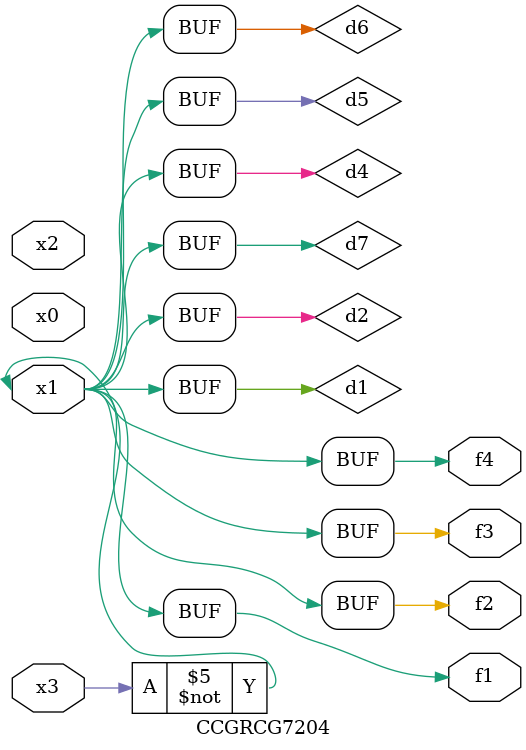
<source format=v>
module CCGRCG7204(
	input x0, x1, x2, x3,
	output f1, f2, f3, f4
);

	wire d1, d2, d3, d4, d5, d6, d7;

	not (d1, x3);
	buf (d2, x1);
	xnor (d3, d1, d2);
	nor (d4, d1);
	buf (d5, d1, d2);
	buf (d6, d4, d5);
	nand (d7, d4);
	assign f1 = d6;
	assign f2 = d7;
	assign f3 = d6;
	assign f4 = d6;
endmodule

</source>
